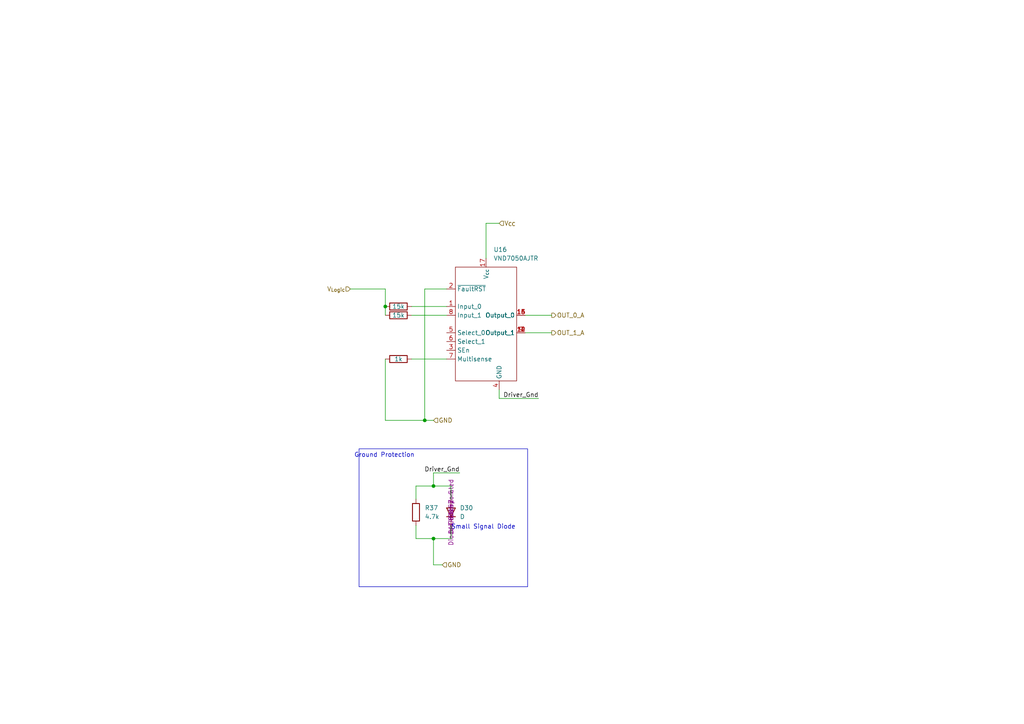
<source format=kicad_sch>
(kicad_sch
	(version 20250114)
	(generator "eeschema")
	(generator_version "9.0")
	(uuid "780e3402-a9e1-4a85-9d85-f6275e1f9b58")
	(paper "A4")
	(lib_symbols
		(symbol "Device:D"
			(pin_numbers
				(hide yes)
			)
			(pin_names
				(offset 1.016)
				(hide yes)
			)
			(exclude_from_sim no)
			(in_bom yes)
			(on_board yes)
			(property "Reference" "D"
				(at 0 2.54 0)
				(effects
					(font
						(size 1.27 1.27)
					)
				)
			)
			(property "Value" "D"
				(at 0 -2.54 0)
				(effects
					(font
						(size 1.27 1.27)
					)
				)
			)
			(property "Footprint" ""
				(at 0 0 0)
				(effects
					(font
						(size 1.27 1.27)
					)
					(hide yes)
				)
			)
			(property "Datasheet" "~"
				(at 0 0 0)
				(effects
					(font
						(size 1.27 1.27)
					)
					(hide yes)
				)
			)
			(property "Description" "Diode"
				(at 0 0 0)
				(effects
					(font
						(size 1.27 1.27)
					)
					(hide yes)
				)
			)
			(property "Sim.Device" "D"
				(at 0 0 0)
				(effects
					(font
						(size 1.27 1.27)
					)
					(hide yes)
				)
			)
			(property "Sim.Pins" "1=K 2=A"
				(at 0 0 0)
				(effects
					(font
						(size 1.27 1.27)
					)
					(hide yes)
				)
			)
			(property "ki_keywords" "diode"
				(at 0 0 0)
				(effects
					(font
						(size 1.27 1.27)
					)
					(hide yes)
				)
			)
			(property "ki_fp_filters" "TO-???* *_Diode_* *SingleDiode* D_*"
				(at 0 0 0)
				(effects
					(font
						(size 1.27 1.27)
					)
					(hide yes)
				)
			)
			(symbol "D_0_1"
				(polyline
					(pts
						(xy -1.27 1.27) (xy -1.27 -1.27)
					)
					(stroke
						(width 0.254)
						(type default)
					)
					(fill
						(type none)
					)
				)
				(polyline
					(pts
						(xy 1.27 1.27) (xy 1.27 -1.27) (xy -1.27 0) (xy 1.27 1.27)
					)
					(stroke
						(width 0.254)
						(type default)
					)
					(fill
						(type none)
					)
				)
				(polyline
					(pts
						(xy 1.27 0) (xy -1.27 0)
					)
					(stroke
						(width 0)
						(type default)
					)
					(fill
						(type none)
					)
				)
			)
			(symbol "D_1_1"
				(pin passive line
					(at -3.81 0 0)
					(length 2.54)
					(name "K"
						(effects
							(font
								(size 1.27 1.27)
							)
						)
					)
					(number "1"
						(effects
							(font
								(size 1.27 1.27)
							)
						)
					)
				)
				(pin passive line
					(at 3.81 0 180)
					(length 2.54)
					(name "A"
						(effects
							(font
								(size 1.27 1.27)
							)
						)
					)
					(number "2"
						(effects
							(font
								(size 1.27 1.27)
							)
						)
					)
				)
			)
			(embedded_fonts no)
		)
		(symbol "Device:R"
			(pin_numbers
				(hide yes)
			)
			(pin_names
				(offset 0)
			)
			(exclude_from_sim no)
			(in_bom yes)
			(on_board yes)
			(property "Reference" "R"
				(at 2.032 0 90)
				(effects
					(font
						(size 1.27 1.27)
					)
				)
			)
			(property "Value" "R"
				(at 0 0 90)
				(effects
					(font
						(size 1.27 1.27)
					)
				)
			)
			(property "Footprint" ""
				(at -1.778 0 90)
				(effects
					(font
						(size 1.27 1.27)
					)
					(hide yes)
				)
			)
			(property "Datasheet" "~"
				(at 0 0 0)
				(effects
					(font
						(size 1.27 1.27)
					)
					(hide yes)
				)
			)
			(property "Description" "Resistor"
				(at 0 0 0)
				(effects
					(font
						(size 1.27 1.27)
					)
					(hide yes)
				)
			)
			(property "ki_keywords" "R res resistor"
				(at 0 0 0)
				(effects
					(font
						(size 1.27 1.27)
					)
					(hide yes)
				)
			)
			(property "ki_fp_filters" "R_*"
				(at 0 0 0)
				(effects
					(font
						(size 1.27 1.27)
					)
					(hide yes)
				)
			)
			(symbol "R_0_1"
				(rectangle
					(start -1.016 -2.54)
					(end 1.016 2.54)
					(stroke
						(width 0.254)
						(type default)
					)
					(fill
						(type none)
					)
				)
			)
			(symbol "R_1_1"
				(pin passive line
					(at 0 3.81 270)
					(length 1.27)
					(name "~"
						(effects
							(font
								(size 1.27 1.27)
							)
						)
					)
					(number "1"
						(effects
							(font
								(size 1.27 1.27)
							)
						)
					)
				)
				(pin passive line
					(at 0 -3.81 90)
					(length 1.27)
					(name "~"
						(effects
							(font
								(size 1.27 1.27)
							)
						)
					)
					(number "2"
						(effects
							(font
								(size 1.27 1.27)
							)
						)
					)
				)
			)
			(embedded_fonts no)
		)
		(symbol "User:VND7050AJTR"
			(exclude_from_sim no)
			(in_bom yes)
			(on_board yes)
			(property "Reference" "U"
				(at 0 0 0)
				(effects
					(font
						(size 1.27 1.27)
					)
				)
			)
			(property "Value" "VND7050AJTR"
				(at 0 0 0)
				(effects
					(font
						(size 1.27 1.27)
					)
				)
			)
			(property "Footprint" "Package_SO:PowerSSO-16-1EP_3.9x4.9mm_P0.5mm_EP2.5x3.61mm_ThermalVias"
				(at 0 0 0)
				(effects
					(font
						(size 1.27 1.27)
					)
					(hide yes)
				)
			)
			(property "Datasheet" "https://www.lcsc.com/datasheet/lcsc_datasheet_1912111437_STMicroelectronics-VND7050AJTR_C443997.pdf"
				(at 0 -13.208 0)
				(effects
					(font
						(size 1.27 1.27)
					)
					(hide yes)
				)
			)
			(property "Description" "Double channel high-side driver with MultiSense analog feedback for automotive applications"
				(at 0 0 0)
				(effects
					(font
						(size 1.27 1.27)
					)
					(hide yes)
				)
			)
			(symbol "VND7050AJTR_0_1"
				(rectangle
					(start -8.89 33.02)
					(end 8.89 0)
					(stroke
						(width 0)
						(type default)
					)
					(fill
						(type none)
					)
				)
			)
			(symbol "VND7050AJTR_1_0"
				(pin output line
					(at 11.43 19.05 180)
					(length 2.54)
					(name "Output_0"
						(effects
							(font
								(size 1.27 1.27)
							)
						)
					)
					(number "14"
						(effects
							(font
								(size 1.27 1.27)
							)
						)
					)
				)
				(pin output line
					(at 11.43 19.05 180)
					(length 2.54)
					(name "Output_0"
						(effects
							(font
								(size 1.27 1.27)
							)
						)
					)
					(number "15"
						(effects
							(font
								(size 1.27 1.27)
							)
						)
					)
				)
				(pin output line
					(at 11.43 19.05 180)
					(length 2.54)
					(name "Output_0"
						(effects
							(font
								(size 1.27 1.27)
							)
						)
					)
					(number "16"
						(effects
							(font
								(size 1.27 1.27)
							)
						)
					)
				)
				(pin output line
					(at 11.43 13.97 180)
					(length 2.54)
					(name "Output_1"
						(effects
							(font
								(size 1.27 1.27)
							)
						)
					)
					(number "10"
						(effects
							(font
								(size 1.27 1.27)
							)
						)
					)
				)
				(pin output line
					(at 11.43 13.97 180)
					(length 2.54)
					(name "Output_1"
						(effects
							(font
								(size 1.27 1.27)
							)
						)
					)
					(number "11"
						(effects
							(font
								(size 1.27 1.27)
							)
						)
					)
				)
				(pin output line
					(at 11.43 13.97 180)
					(length 2.54)
					(name "Output_1"
						(effects
							(font
								(size 1.27 1.27)
							)
						)
					)
					(number "12"
						(effects
							(font
								(size 1.27 1.27)
							)
						)
					)
				)
			)
			(symbol "VND7050AJTR_1_1"
				(pin input line
					(at -11.43 26.67 0)
					(length 2.54)
					(name "~{FaultRST}"
						(effects
							(font
								(size 1.27 1.27)
							)
						)
					)
					(number "2"
						(effects
							(font
								(size 1.27 1.27)
							)
						)
					)
				)
				(pin input line
					(at -11.43 21.59 0)
					(length 2.54)
					(name "Input_0"
						(effects
							(font
								(size 1.27 1.27)
							)
						)
					)
					(number "1"
						(effects
							(font
								(size 1.27 1.27)
							)
						)
					)
				)
				(pin input line
					(at -11.43 19.05 0)
					(length 2.54)
					(name "Input_1"
						(effects
							(font
								(size 1.27 1.27)
							)
						)
					)
					(number "8"
						(effects
							(font
								(size 1.27 1.27)
							)
						)
					)
				)
				(pin input line
					(at -11.43 13.97 0)
					(length 2.54)
					(name "Select_0"
						(effects
							(font
								(size 1.27 1.27)
							)
						)
					)
					(number "5"
						(effects
							(font
								(size 1.27 1.27)
							)
						)
					)
				)
				(pin input line
					(at -11.43 11.43 0)
					(length 2.54)
					(name "Select_1"
						(effects
							(font
								(size 1.27 1.27)
							)
						)
					)
					(number "6"
						(effects
							(font
								(size 1.27 1.27)
							)
						)
					)
				)
				(pin input line
					(at -11.43 8.89 0)
					(length 2.54)
					(name "SEn"
						(effects
							(font
								(size 1.27 1.27)
							)
						)
					)
					(number "3"
						(effects
							(font
								(size 1.27 1.27)
							)
						)
					)
				)
				(pin output line
					(at -11.43 6.35 0)
					(length 2.54)
					(name "Multisense"
						(effects
							(font
								(size 1.27 1.27)
							)
						)
					)
					(number "7"
						(effects
							(font
								(size 1.27 1.27)
							)
						)
					)
				)
				(pin power_in line
					(at 0 35.56 270)
					(length 2.54)
					(name "V_{cc}"
						(effects
							(font
								(size 1.27 1.27)
							)
						)
					)
					(number "17"
						(effects
							(font
								(size 1.27 1.27)
							)
						)
					)
				)
				(pin power_in line
					(at 3.81 -2.54 90)
					(length 2.54)
					(name "GND"
						(effects
							(font
								(size 1.27 1.27)
							)
						)
					)
					(number "4"
						(effects
							(font
								(size 1.27 1.27)
							)
						)
					)
				)
				(pin output line
					(at 11.43 19.05 180)
					(length 2.54)
					(name "Output_0"
						(effects
							(font
								(size 1.27 1.27)
							)
						)
					)
					(number "13"
						(effects
							(font
								(size 1.27 1.27)
							)
						)
					)
				)
				(pin output line
					(at 11.43 13.97 180)
					(length 2.54)
					(name "Output_1"
						(effects
							(font
								(size 1.27 1.27)
							)
						)
					)
					(number "9"
						(effects
							(font
								(size 1.27 1.27)
							)
						)
					)
				)
			)
			(embedded_fonts no)
		)
	)
	(rectangle
		(start 104.14 130.175)
		(end 153.035 170.18)
		(stroke
			(width 0)
			(type default)
		)
		(fill
			(type none)
		)
		(uuid f75f25b5-8966-46d1-b04d-b8f7d2e94477)
	)
	(text "Ground Protection"
		(exclude_from_sim no)
		(at 111.506 132.08 0)
		(effects
			(font
				(size 1.27 1.27)
			)
		)
		(uuid "70363a57-a904-47ee-a055-3bd14d1b4288")
	)
	(text "Small Signal Diode"
		(exclude_from_sim no)
		(at 140.208 152.908 0)
		(effects
			(font
				(size 1.27 1.27)
			)
		)
		(uuid "7277bccf-018f-4525-9f09-7b58424d55f7")
	)
	(junction
		(at 125.73 140.97)
		(diameter 0)
		(color 0 0 0 0)
		(uuid "1c72d62b-c0bc-4490-ac7e-0050cb95acf6")
	)
	(junction
		(at 111.76 88.9)
		(diameter 0)
		(color 0 0 0 0)
		(uuid "7aef107d-4cca-4326-8844-6c8b34e87006")
	)
	(junction
		(at 125.73 156.21)
		(diameter 0)
		(color 0 0 0 0)
		(uuid "ad2b0313-b4fc-43b0-a726-e7ffb93e2e86")
	)
	(junction
		(at 123.19 121.92)
		(diameter 0)
		(color 0 0 0 0)
		(uuid "e9687f50-a726-48ac-b394-3d8fae2bf1a6")
	)
	(wire
		(pts
			(xy 125.73 163.83) (xy 125.73 156.21)
		)
		(stroke
			(width 0)
			(type default)
		)
		(uuid "074b5e49-7a94-4032-bfc0-59ca12f986a3")
	)
	(wire
		(pts
			(xy 111.76 88.9) (xy 111.76 91.44)
		)
		(stroke
			(width 0)
			(type default)
		)
		(uuid "15affa0a-1811-44de-a357-7a59897a4a74")
	)
	(wire
		(pts
			(xy 144.78 115.57) (xy 144.78 113.03)
		)
		(stroke
			(width 0)
			(type default)
		)
		(uuid "1923b633-f3c7-4e54-8ba4-1f11534ee2b8")
	)
	(wire
		(pts
			(xy 156.21 115.57) (xy 144.78 115.57)
		)
		(stroke
			(width 0)
			(type default)
		)
		(uuid "193e295b-4fb6-4b6f-947b-ebfb3388f040")
	)
	(wire
		(pts
			(xy 119.38 104.14) (xy 129.54 104.14)
		)
		(stroke
			(width 0)
			(type default)
		)
		(uuid "43bce059-77b5-4b08-be09-6e7d684b1f86")
	)
	(wire
		(pts
			(xy 119.38 88.9) (xy 129.54 88.9)
		)
		(stroke
			(width 0)
			(type default)
		)
		(uuid "52213868-d540-4825-823d-df45c71845c2")
	)
	(wire
		(pts
			(xy 144.78 64.77) (xy 140.97 64.77)
		)
		(stroke
			(width 0)
			(type default)
		)
		(uuid "556b7acd-7f7b-4a1c-8167-ea4ab4eced4b")
	)
	(wire
		(pts
			(xy 111.76 121.92) (xy 123.19 121.92)
		)
		(stroke
			(width 0)
			(type default)
		)
		(uuid "637d4652-05be-4c78-87da-043c64b747eb")
	)
	(wire
		(pts
			(xy 120.65 152.4) (xy 120.65 156.21)
		)
		(stroke
			(width 0)
			(type default)
		)
		(uuid "6dd348ce-4bce-436f-9b4c-f61d0e6c6add")
	)
	(wire
		(pts
			(xy 123.19 83.82) (xy 123.19 121.92)
		)
		(stroke
			(width 0)
			(type default)
		)
		(uuid "75524887-71d1-43f7-82b4-3a32cb6a1ba0")
	)
	(wire
		(pts
			(xy 111.76 104.14) (xy 111.76 121.92)
		)
		(stroke
			(width 0)
			(type default)
		)
		(uuid "7965bbc0-585a-41db-a36a-2f1474003861")
	)
	(wire
		(pts
			(xy 140.97 64.77) (xy 140.97 74.93)
		)
		(stroke
			(width 0)
			(type default)
		)
		(uuid "80fe1de3-0bff-4493-bed3-bca931d0e5dc")
	)
	(wire
		(pts
			(xy 125.73 140.97) (xy 130.81 140.97)
		)
		(stroke
			(width 0)
			(type default)
		)
		(uuid "8fcf843e-3feb-4986-992d-ad8f3c35fd8c")
	)
	(wire
		(pts
			(xy 120.65 140.97) (xy 125.73 140.97)
		)
		(stroke
			(width 0)
			(type default)
		)
		(uuid "8ffb2e94-dcf8-4bc3-b4fb-6d9b099d221b")
	)
	(wire
		(pts
			(xy 128.27 163.83) (xy 125.73 163.83)
		)
		(stroke
			(width 0)
			(type default)
		)
		(uuid "91aa6c3c-c1a2-4d30-bf6e-0827fbf0fb9a")
	)
	(wire
		(pts
			(xy 120.65 156.21) (xy 125.73 156.21)
		)
		(stroke
			(width 0)
			(type default)
		)
		(uuid "a39f73a6-9370-4033-9c47-7b0f0f8d09a5")
	)
	(wire
		(pts
			(xy 152.4 91.44) (xy 160.02 91.44)
		)
		(stroke
			(width 0)
			(type default)
		)
		(uuid "ad47cb19-9ceb-4a06-ac1c-9c07f518912c")
	)
	(wire
		(pts
			(xy 101.6 83.82) (xy 111.76 83.82)
		)
		(stroke
			(width 0)
			(type default)
		)
		(uuid "b283cf0b-8825-43fe-9b36-0cd3b8d2a81f")
	)
	(wire
		(pts
			(xy 120.65 144.78) (xy 120.65 140.97)
		)
		(stroke
			(width 0)
			(type default)
		)
		(uuid "b91838b3-0a2d-4ca8-b8c4-beecdacfe5ba")
	)
	(wire
		(pts
			(xy 130.81 140.97) (xy 130.81 144.78)
		)
		(stroke
			(width 0)
			(type default)
		)
		(uuid "bbf086c3-37c5-4bdf-92e2-6f23522421f2")
	)
	(wire
		(pts
			(xy 111.76 83.82) (xy 111.76 88.9)
		)
		(stroke
			(width 0)
			(type default)
		)
		(uuid "c8bdfb4a-259a-4967-a781-2f0b628bbf69")
	)
	(wire
		(pts
			(xy 119.38 91.44) (xy 129.54 91.44)
		)
		(stroke
			(width 0)
			(type default)
		)
		(uuid "ce7f2118-133b-42f0-85fb-224466e80400")
	)
	(wire
		(pts
			(xy 129.54 83.82) (xy 123.19 83.82)
		)
		(stroke
			(width 0)
			(type default)
		)
		(uuid "cf6c019c-4a38-4a98-8bc3-7de3c5ce2c20")
	)
	(wire
		(pts
			(xy 125.73 140.97) (xy 125.73 137.16)
		)
		(stroke
			(width 0)
			(type default)
		)
		(uuid "d7b4aaaa-73a5-401d-9bcf-03b6a74b281c")
	)
	(wire
		(pts
			(xy 152.4 96.52) (xy 160.02 96.52)
		)
		(stroke
			(width 0)
			(type default)
		)
		(uuid "d8ce16c7-9fc9-4cb3-973e-ed70391fb299")
	)
	(wire
		(pts
			(xy 125.73 156.21) (xy 130.81 156.21)
		)
		(stroke
			(width 0)
			(type default)
		)
		(uuid "d92ab1e3-d0ea-45c6-a152-ba18539ed123")
	)
	(wire
		(pts
			(xy 125.73 121.92) (xy 123.19 121.92)
		)
		(stroke
			(width 0)
			(type default)
		)
		(uuid "dc0d8b3b-f127-4977-8f11-17e5090e550b")
	)
	(wire
		(pts
			(xy 130.81 152.4) (xy 130.81 156.21)
		)
		(stroke
			(width 0)
			(type default)
		)
		(uuid "f23cd857-baed-48bd-9150-b7e1423e58cc")
	)
	(wire
		(pts
			(xy 125.73 137.16) (xy 133.35 137.16)
		)
		(stroke
			(width 0)
			(type default)
		)
		(uuid "f5c5eb59-4a5b-4cab-b413-b9dd269f0fb8")
	)
	(label "Driver_Gnd"
		(at 156.21 115.57 180)
		(effects
			(font
				(size 1.27 1.27)
			)
			(justify right bottom)
		)
		(uuid "1e299afe-df6a-4f5f-b483-be0ccd18374a")
	)
	(label "Driver_Gnd"
		(at 133.3311 137.16 180)
		(effects
			(font
				(size 1.27 1.27)
			)
			(justify right bottom)
		)
		(uuid "d8b9633a-7e3c-4726-b257-d03e7bcbf248")
	)
	(hierarchical_label "V_{CC}"
		(shape input)
		(at 144.78 64.77 0)
		(effects
			(font
				(size 1.27 1.27)
			)
			(justify left)
		)
		(uuid "1620fc04-91bf-412e-82aa-c3aa09e037c2")
	)
	(hierarchical_label "GND"
		(shape input)
		(at 128.27 163.83 0)
		(effects
			(font
				(size 1.27 1.27)
			)
			(justify left)
		)
		(uuid "18a0d382-bee7-497c-94a0-37a7ca656802")
	)
	(hierarchical_label "OUT_1_A"
		(shape output)
		(at 160.02 96.52 0)
		(effects
			(font
				(size 1.27 1.27)
			)
			(justify left)
		)
		(uuid "644d35c0-9918-4f13-b895-ad7dccd2b49b")
	)
	(hierarchical_label "GND"
		(shape input)
		(at 125.73 121.92 0)
		(effects
			(font
				(size 1.27 1.27)
			)
			(justify left)
		)
		(uuid "bc587ea9-29a8-4d6f-bf1e-aaffdc9c5499")
	)
	(hierarchical_label "V_{Logic}"
		(shape input)
		(at 101.6 83.82 180)
		(effects
			(font
				(size 1.27 1.27)
			)
			(justify right)
		)
		(uuid "bf42984e-92e8-477a-b1a2-d00ed053f19b")
	)
	(hierarchical_label "OUT_0_A"
		(shape output)
		(at 160.02 91.44 0)
		(effects
			(font
				(size 1.27 1.27)
			)
			(justify left)
		)
		(uuid "c2fab7a3-1c55-45e3-bc48-01df31c51690")
	)
	(symbol
		(lib_id "Device:R")
		(at 115.57 91.44 90)
		(mirror x)
		(unit 1)
		(exclude_from_sim no)
		(in_bom yes)
		(on_board yes)
		(dnp no)
		(uuid "038dc9df-f143-4692-82e3-1754416214fb")
		(property "Reference" "R39"
			(at 115.57 93.345 90)
			(effects
				(font
					(size 1.27 1.27)
				)
				(hide yes)
			)
		)
		(property "Value" "15k"
			(at 115.57 91.44 90)
			(effects
				(font
					(size 1.27 1.27)
				)
			)
		)
		(property "Footprint" "Resistor_SMD:R_0603_1608Metric"
			(at 115.57 89.662 90)
			(effects
				(font
					(size 1.27 1.27)
				)
				(hide yes)
			)
		)
		(property "Datasheet" "~"
			(at 115.57 91.44 0)
			(effects
				(font
					(size 1.27 1.27)
				)
				(hide yes)
			)
		)
		(property "Description" ""
			(at 115.57 91.44 0)
			(effects
				(font
					(size 1.27 1.27)
				)
				(hide yes)
			)
		)
		(property "LCSC" ""
			(at 115.57 91.44 0)
			(effects
				(font
					(size 1.27 1.27)
				)
				(hide yes)
			)
		)
		(pin "1"
			(uuid "cb43fcdf-9130-4883-9b5c-99510e47b9ed")
		)
		(pin "2"
			(uuid "34d06301-a3f7-4cf6-9281-669bb57fb1d8")
		)
		(instances
			(project "BMS"
				(path "/d7e219ab-f530-45f5-8a23-0e6b6d2e3e0f/5d52444c-52e3-469b-bd75-95ef662a88d6"
					(reference "R39")
					(unit 1)
				)
			)
		)
	)
	(symbol
		(lib_id "User:VND7050AJTR")
		(at 140.97 110.49 0)
		(unit 1)
		(exclude_from_sim no)
		(in_bom yes)
		(on_board yes)
		(dnp no)
		(fields_autoplaced yes)
		(uuid "5534f449-d1e5-44eb-b006-c1ab76dc31c3")
		(property "Reference" "U16"
			(at 143.1309 72.39 0)
			(effects
				(font
					(size 1.27 1.27)
				)
				(justify left)
			)
		)
		(property "Value" "VND7050AJTR"
			(at 143.1309 74.93 0)
			(effects
				(font
					(size 1.27 1.27)
				)
				(justify left)
			)
		)
		(property "Footprint" "Package_SO:PowerSSO-16-1EP_3.9x4.9mm_P0.5mm_EP2.5x3.61mm_ThermalVias"
			(at 140.97 110.49 0)
			(effects
				(font
					(size 1.27 1.27)
				)
				(hide yes)
			)
		)
		(property "Datasheet" "https://www.lcsc.com/datasheet/lcsc_datasheet_1912111437_STMicroelectronics-VND7050AJTR_C443997.pdf"
			(at 140.97 123.698 0)
			(effects
				(font
					(size 1.27 1.27)
				)
				(hide yes)
			)
		)
		(property "Description" "Double channel high-side driver with MultiSense analog feedback for automotive applications"
			(at 140.97 110.49 0)
			(effects
				(font
					(size 1.27 1.27)
				)
				(hide yes)
			)
		)
		(pin "9"
			(uuid "f095b02c-2719-44c1-9fe5-893a7c60c821")
		)
		(pin "10"
			(uuid "4326b8d4-015c-4fbe-ae73-cd62f6332be9")
		)
		(pin "14"
			(uuid "cbe736fc-b9a0-475c-85ca-c3d276afea28")
		)
		(pin "15"
			(uuid "376929f9-836e-4b02-893b-3e1bd0ff346c")
		)
		(pin "2"
			(uuid "96894fc9-d4da-46a8-89f7-74f7a3664f6a")
		)
		(pin "5"
			(uuid "b6b42e81-8241-4b8a-a0d6-5c97c464e33b")
		)
		(pin "12"
			(uuid "0bc6a5df-0327-4d06-a3b5-c992dbeaa149")
		)
		(pin "3"
			(uuid "4c19e685-611e-4849-89f2-4d142665b9b1")
		)
		(pin "7"
			(uuid "d4951b4f-cc72-4cd6-899b-a994f7d1a221")
		)
		(pin "17"
			(uuid "b0ea0d77-f3e3-4fd8-ad8f-e791a01fbbb9")
		)
		(pin "8"
			(uuid "6094d4e8-02c1-4c7c-977e-3cdaae9be36a")
		)
		(pin "11"
			(uuid "2bc60fcd-e40c-4f6d-b871-ef67de818c41")
		)
		(pin "6"
			(uuid "f19208ae-8eb3-4f76-88fa-c79985adea9b")
		)
		(pin "4"
			(uuid "f2e1bda0-4ccd-4c9d-a55d-06a4b58a0494")
		)
		(pin "1"
			(uuid "18afdd1f-e2ce-43de-a3e8-79bc20dce09c")
		)
		(pin "13"
			(uuid "5c221300-7fc4-4bf0-b5b9-45822b18ac2a")
		)
		(pin "16"
			(uuid "db693b07-63fc-4a9b-8779-396d545c2402")
		)
		(instances
			(project "BMS"
				(path "/d7e219ab-f530-45f5-8a23-0e6b6d2e3e0f/5d52444c-52e3-469b-bd75-95ef662a88d6"
					(reference "U16")
					(unit 1)
				)
			)
		)
	)
	(symbol
		(lib_id "Device:R")
		(at 120.65 148.59 0)
		(unit 1)
		(exclude_from_sim no)
		(in_bom yes)
		(on_board yes)
		(dnp no)
		(fields_autoplaced yes)
		(uuid "7c907bbd-8118-4d69-bb2e-89173ccb893e")
		(property "Reference" "R37"
			(at 123.19 147.3199 0)
			(effects
				(font
					(size 1.27 1.27)
				)
				(justify left)
			)
		)
		(property "Value" "4.7k"
			(at 123.19 149.8599 0)
			(effects
				(font
					(size 1.27 1.27)
				)
				(justify left)
			)
		)
		(property "Footprint" "Resistor_SMD:R_0603_1608Metric"
			(at 118.872 148.59 90)
			(effects
				(font
					(size 1.27 1.27)
				)
				(hide yes)
			)
		)
		(property "Datasheet" "~"
			(at 120.65 148.59 0)
			(effects
				(font
					(size 1.27 1.27)
				)
				(hide yes)
			)
		)
		(property "Description" "Resistor"
			(at 120.65 148.59 0)
			(effects
				(font
					(size 1.27 1.27)
				)
				(hide yes)
			)
		)
		(pin "1"
			(uuid "9ff11382-95f0-44d3-9f43-f7419de972fe")
		)
		(pin "2"
			(uuid "f4185833-b2c6-4548-824e-0c25f0f5f479")
		)
		(instances
			(project "BMS"
				(path "/d7e219ab-f530-45f5-8a23-0e6b6d2e3e0f/5d52444c-52e3-469b-bd75-95ef662a88d6"
					(reference "R37")
					(unit 1)
				)
			)
		)
	)
	(symbol
		(lib_id "Device:D")
		(at 130.81 148.59 90)
		(unit 1)
		(exclude_from_sim no)
		(in_bom yes)
		(on_board yes)
		(dnp no)
		(fields_autoplaced yes)
		(uuid "acac160b-2f05-445b-9531-ce052ec0ea2c")
		(property "Reference" "D30"
			(at 133.35 147.3199 90)
			(effects
				(font
					(size 1.27 1.27)
				)
				(justify right)
			)
		)
		(property "Value" "D"
			(at 133.35 149.8599 90)
			(effects
				(font
					(size 1.27 1.27)
				)
				(justify right)
			)
		)
		(property "Footprint" "Diode_SMD:D_SOD-123"
			(at 130.81 148.59 0)
			(effects
				(font
					(size 1.27 1.27)
				)
				(hide yes)
			)
		)
		(property "Datasheet" "https://www.lcsc.com/datasheet/lcsc_datasheet_2412251151_Diodes-Incorporated-BAT46W-7-F_C83152.pdf"
			(at 130.81 148.59 0)
			(effects
				(font
					(size 1.27 1.27)
				)
				(hide yes)
			)
		)
		(property "Description" "Diode"
			(at 130.81 148.59 0)
			(effects
				(font
					(size 1.27 1.27)
				)
				(hide yes)
			)
		)
		(property "Sim.Device" "D"
			(at 130.81 148.59 0)
			(effects
				(font
					(size 1.27 1.27)
				)
				(hide yes)
			)
		)
		(property "Sim.Pins" "1=K 2=A"
			(at 130.81 148.59 0)
			(effects
				(font
					(size 1.27 1.27)
				)
				(hide yes)
			)
		)
		(property "LCSC" "C83152"
			(at 130.81 148.59 0)
			(effects
				(font
					(size 1.27 1.27)
				)
			)
		)
		(property "MPN" "BAT46W-7-F"
			(at 130.81 148.59 0)
			(effects
				(font
					(size 1.27 1.27)
				)
			)
		)
		(property "Manufacturer" "Diodes Incorporated"
			(at 130.81 148.59 0)
			(effects
				(font
					(size 1.27 1.27)
				)
			)
		)
		(pin "1"
			(uuid "75abd3dc-457d-4fa3-a171-9138e1a17cb0")
		)
		(pin "2"
			(uuid "614626ff-eb8d-41fd-8555-2f683d836e64")
		)
		(instances
			(project "BMS"
				(path "/d7e219ab-f530-45f5-8a23-0e6b6d2e3e0f/5d52444c-52e3-469b-bd75-95ef662a88d6"
					(reference "D30")
					(unit 1)
				)
			)
		)
	)
	(symbol
		(lib_id "Device:R")
		(at 115.57 88.9 90)
		(mirror x)
		(unit 1)
		(exclude_from_sim no)
		(in_bom yes)
		(on_board yes)
		(dnp no)
		(uuid "cbb748f4-d792-4977-816d-a4624c8090a6")
		(property "Reference" "R38"
			(at 115.57 90.805 90)
			(effects
				(font
					(size 1.27 1.27)
				)
				(hide yes)
			)
		)
		(property "Value" "15k"
			(at 115.57 88.9 90)
			(effects
				(font
					(size 1.27 1.27)
				)
			)
		)
		(property "Footprint" "Resistor_SMD:R_0603_1608Metric"
			(at 115.57 87.122 90)
			(effects
				(font
					(size 1.27 1.27)
				)
				(hide yes)
			)
		)
		(property "Datasheet" "~"
			(at 115.57 88.9 0)
			(effects
				(font
					(size 1.27 1.27)
				)
				(hide yes)
			)
		)
		(property "Description" ""
			(at 115.57 88.9 0)
			(effects
				(font
					(size 1.27 1.27)
				)
				(hide yes)
			)
		)
		(property "LCSC" ""
			(at 115.57 88.9 0)
			(effects
				(font
					(size 1.27 1.27)
				)
				(hide yes)
			)
		)
		(pin "1"
			(uuid "27b6964b-9ce0-4195-8c20-df4ab39632b1")
		)
		(pin "2"
			(uuid "95c58d78-9862-4241-9b28-35fbffadd3ef")
		)
		(instances
			(project "BMS"
				(path "/d7e219ab-f530-45f5-8a23-0e6b6d2e3e0f/5d52444c-52e3-469b-bd75-95ef662a88d6"
					(reference "R38")
					(unit 1)
				)
			)
		)
	)
	(symbol
		(lib_id "Device:R")
		(at 115.57 104.14 90)
		(mirror x)
		(unit 1)
		(exclude_from_sim no)
		(in_bom yes)
		(on_board yes)
		(dnp no)
		(uuid "e18da9c0-b32b-4d4e-8c83-8441545609e1")
		(property "Reference" "R40"
			(at 115.57 106.045 90)
			(effects
				(font
					(size 1.27 1.27)
				)
				(hide yes)
			)
		)
		(property "Value" "1k"
			(at 115.57 104.14 90)
			(effects
				(font
					(size 1.27 1.27)
				)
			)
		)
		(property "Footprint" "Resistor_SMD:R_0603_1608Metric"
			(at 115.57 102.362 90)
			(effects
				(font
					(size 1.27 1.27)
				)
				(hide yes)
			)
		)
		(property "Datasheet" "~"
			(at 115.57 104.14 0)
			(effects
				(font
					(size 1.27 1.27)
				)
				(hide yes)
			)
		)
		(property "Description" ""
			(at 115.57 104.14 0)
			(effects
				(font
					(size 1.27 1.27)
				)
				(hide yes)
			)
		)
		(property "LCSC" ""
			(at 115.57 104.14 0)
			(effects
				(font
					(size 1.27 1.27)
				)
				(hide yes)
			)
		)
		(pin "1"
			(uuid "3ab6355f-0b97-4a5e-b9b0-e03ead6d28ce")
		)
		(pin "2"
			(uuid "ebb37457-c34e-4086-ba40-8853240a1073")
		)
		(instances
			(project "BMS"
				(path "/d7e219ab-f530-45f5-8a23-0e6b6d2e3e0f/5d52444c-52e3-469b-bd75-95ef662a88d6"
					(reference "R40")
					(unit 1)
				)
			)
		)
	)
)

</source>
